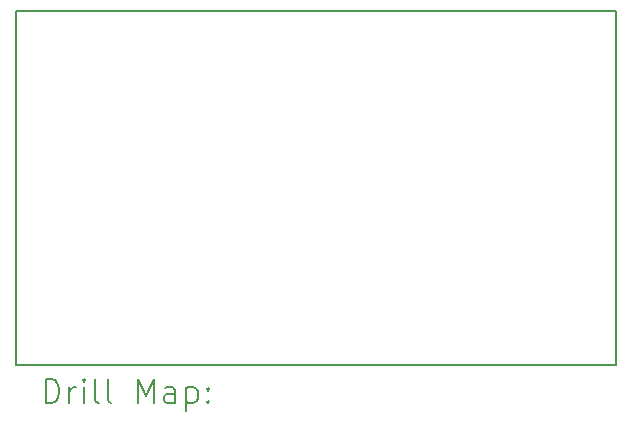
<source format=gbr>
%TF.GenerationSoftware,KiCad,Pcbnew,7.0.5*%
%TF.CreationDate,2023-11-04T20:07:04-04:00*%
%TF.ProjectId,modular,6d6f6475-6c61-4722-9e6b-696361645f70,rev?*%
%TF.SameCoordinates,Original*%
%TF.FileFunction,Drillmap*%
%TF.FilePolarity,Positive*%
%FSLAX45Y45*%
G04 Gerber Fmt 4.5, Leading zero omitted, Abs format (unit mm)*
G04 Created by KiCad (PCBNEW 7.0.5) date 2023-11-04 20:07:04*
%MOMM*%
%LPD*%
G01*
G04 APERTURE LIST*
%ADD10C,0.200000*%
G04 APERTURE END LIST*
D10*
X10562000Y-6137000D02*
X15642000Y-6137000D01*
X15642000Y-9130000D01*
X10562000Y-9130000D01*
X10562000Y-6137000D01*
X10812777Y-9451484D02*
X10812777Y-9251484D01*
X10812777Y-9251484D02*
X10860396Y-9251484D01*
X10860396Y-9251484D02*
X10888967Y-9261008D01*
X10888967Y-9261008D02*
X10908015Y-9280055D01*
X10908015Y-9280055D02*
X10917539Y-9299103D01*
X10917539Y-9299103D02*
X10927063Y-9337198D01*
X10927063Y-9337198D02*
X10927063Y-9365770D01*
X10927063Y-9365770D02*
X10917539Y-9403865D01*
X10917539Y-9403865D02*
X10908015Y-9422912D01*
X10908015Y-9422912D02*
X10888967Y-9441960D01*
X10888967Y-9441960D02*
X10860396Y-9451484D01*
X10860396Y-9451484D02*
X10812777Y-9451484D01*
X11012777Y-9451484D02*
X11012777Y-9318150D01*
X11012777Y-9356246D02*
X11022301Y-9337198D01*
X11022301Y-9337198D02*
X11031824Y-9327674D01*
X11031824Y-9327674D02*
X11050872Y-9318150D01*
X11050872Y-9318150D02*
X11069920Y-9318150D01*
X11136586Y-9451484D02*
X11136586Y-9318150D01*
X11136586Y-9251484D02*
X11127063Y-9261008D01*
X11127063Y-9261008D02*
X11136586Y-9270531D01*
X11136586Y-9270531D02*
X11146110Y-9261008D01*
X11146110Y-9261008D02*
X11136586Y-9251484D01*
X11136586Y-9251484D02*
X11136586Y-9270531D01*
X11260396Y-9451484D02*
X11241348Y-9441960D01*
X11241348Y-9441960D02*
X11231824Y-9422912D01*
X11231824Y-9422912D02*
X11231824Y-9251484D01*
X11365158Y-9451484D02*
X11346110Y-9441960D01*
X11346110Y-9441960D02*
X11336586Y-9422912D01*
X11336586Y-9422912D02*
X11336586Y-9251484D01*
X11593729Y-9451484D02*
X11593729Y-9251484D01*
X11593729Y-9251484D02*
X11660396Y-9394341D01*
X11660396Y-9394341D02*
X11727062Y-9251484D01*
X11727062Y-9251484D02*
X11727062Y-9451484D01*
X11908015Y-9451484D02*
X11908015Y-9346722D01*
X11908015Y-9346722D02*
X11898491Y-9327674D01*
X11898491Y-9327674D02*
X11879443Y-9318150D01*
X11879443Y-9318150D02*
X11841348Y-9318150D01*
X11841348Y-9318150D02*
X11822301Y-9327674D01*
X11908015Y-9441960D02*
X11888967Y-9451484D01*
X11888967Y-9451484D02*
X11841348Y-9451484D01*
X11841348Y-9451484D02*
X11822301Y-9441960D01*
X11822301Y-9441960D02*
X11812777Y-9422912D01*
X11812777Y-9422912D02*
X11812777Y-9403865D01*
X11812777Y-9403865D02*
X11822301Y-9384817D01*
X11822301Y-9384817D02*
X11841348Y-9375293D01*
X11841348Y-9375293D02*
X11888967Y-9375293D01*
X11888967Y-9375293D02*
X11908015Y-9365770D01*
X12003253Y-9318150D02*
X12003253Y-9518150D01*
X12003253Y-9327674D02*
X12022301Y-9318150D01*
X12022301Y-9318150D02*
X12060396Y-9318150D01*
X12060396Y-9318150D02*
X12079443Y-9327674D01*
X12079443Y-9327674D02*
X12088967Y-9337198D01*
X12088967Y-9337198D02*
X12098491Y-9356246D01*
X12098491Y-9356246D02*
X12098491Y-9413389D01*
X12098491Y-9413389D02*
X12088967Y-9432436D01*
X12088967Y-9432436D02*
X12079443Y-9441960D01*
X12079443Y-9441960D02*
X12060396Y-9451484D01*
X12060396Y-9451484D02*
X12022301Y-9451484D01*
X12022301Y-9451484D02*
X12003253Y-9441960D01*
X12184205Y-9432436D02*
X12193729Y-9441960D01*
X12193729Y-9441960D02*
X12184205Y-9451484D01*
X12184205Y-9451484D02*
X12174682Y-9441960D01*
X12174682Y-9441960D02*
X12184205Y-9432436D01*
X12184205Y-9432436D02*
X12184205Y-9451484D01*
X12184205Y-9327674D02*
X12193729Y-9337198D01*
X12193729Y-9337198D02*
X12184205Y-9346722D01*
X12184205Y-9346722D02*
X12174682Y-9337198D01*
X12174682Y-9337198D02*
X12184205Y-9327674D01*
X12184205Y-9327674D02*
X12184205Y-9346722D01*
M02*

</source>
